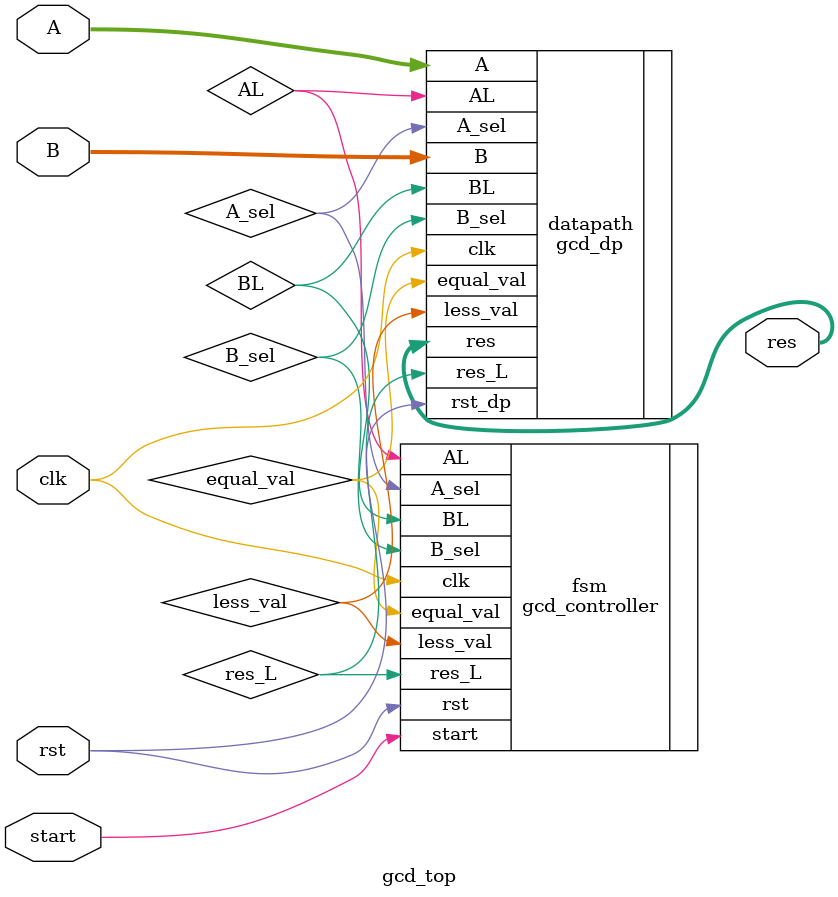
<source format=v>
module gcd_top (
  input [3:0] A,
  input [3:0] B,
  input start,
  input clk,
  input rst,
  output reg [3:0] res
);
  wire equal_val, less_val;
  wire A_sel, B_sel, res_L, AL, BL;
  
    gcd_dp datapath(
    .clk(clk),
    .rst_dp(rst),
    .AL(AL),
    .BL(BL),
    .res_L(res_L),
    .equal_val(equal_val),
    .less_val(less_val),
    .A_sel(A_sel),
    .B_sel(B_sel),
    .A(A),
     .B(B),
     .res(res)
  );
  
  gcd_controller fsm (
    .clk(clk),
    .rst(rst),
    .AL(AL),
    .BL(BL),
    .res_L(res_L),
    .start(start),
    .equal_val(equal_val),
    .less_val(less_val),
    .A_sel(A_sel),
    .B_sel(B_sel)
  );
  

  
endmodule

</source>
